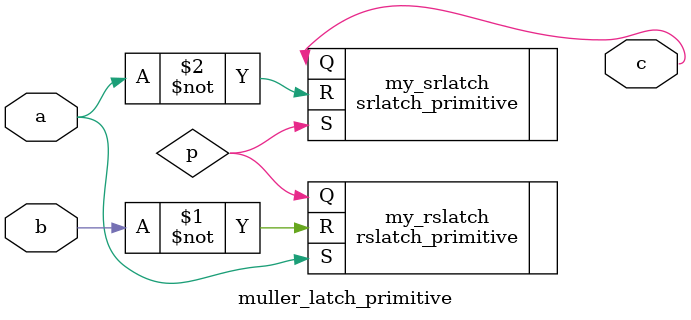
<source format=v>

module muller_latch_primitive(
	input a, 
	input b,
	output c
);

wire p;
rslatch_primitive my_rslatch(.S(a), .R(~b), .Q(p));
srlatch_primitive my_srlatch(.S(p), .R(~a), .Q(c));

endmodule

</source>
